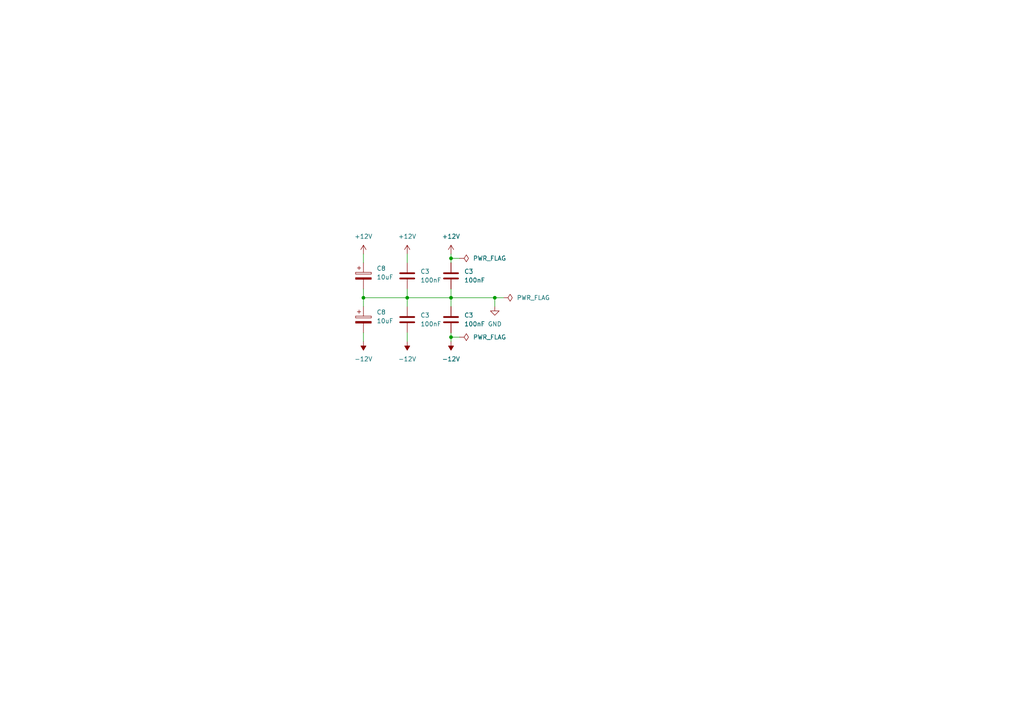
<source format=kicad_sch>
(kicad_sch (version 20230121) (generator eeschema)
  (paper "A4")
  (lib_symbols
    (symbol "Device:C" (pin_numbers hide) (pin_names (offset 0.254))
      (property "Reference" "C" (at 0.635 2.54 0))
      (property "Value" "C" (at 0.635 -2.54 0))
      (symbol "C_0_1"
        (polyline (pts (xy -2.032 -0.762) (xy 2.032 -0.762)) (stroke (width 0.508)))
        (polyline (pts (xy -2.032 0.762) (xy 2.032 0.762)) (stroke (width 0.508)))
      )
      (symbol "C_1_1"
        (pin passive line (at 0 3.81 270) (length 2.794) (name "~") (number "1"))
        (pin passive line (at 0 -3.81 90) (length 2.794) (name "~") (number "2"))
      )
    )
    (symbol "Device:C_Polarized" (pin_numbers hide) (pin_names (offset 0.254))
      (property "Reference" "C" (at 0.635 2.54 0))
      (property "Value" "C_Polarized" (at 0.635 -2.54 0))
      (symbol "C_Polarized_0_1"
        (rectangle (start -2.286 0.508) (end 2.286 1.016))
        (polyline (pts (xy -1.778 2.286) (xy -0.762 2.286)))
        (polyline (pts (xy -1.27 2.794) (xy -1.27 1.778)))
        (rectangle (start 2.286 -0.508) (end -2.286 -1.016) (fill (type outline)))
      )
      (symbol "C_Polarized_1_1"
        (pin passive line (at 0 3.81 270) (length 2.794) (name "~") (number "1"))
        (pin passive line (at 0 -3.81 90) (length 2.794) (name "~") (number "2"))
      )
    )
    (symbol "power:+12V" (power) (pin_names (offset 0))
      (property "Value" "+12V" (at 0 3.556 0))
      (symbol "+12V_0_1"
        (polyline (pts (xy -0.762 1.27) (xy 0 2.54)))
        (polyline (pts (xy 0 0) (xy 0 2.54)))
        (polyline (pts (xy 0 2.54) (xy 0.762 1.27)))
      )
      (symbol "+12V_1_1"
        (pin power_in line (at 0 0 90) (length 0) hide (name "+12V") (number "1"))
      )
    )
    (symbol "power:-12V" (power) (pin_names (offset 0))
      (property "Value" "-12V" (at 0 3.81 0))
      (symbol "-12V_0_0"
        (pin power_in line (at 0 0 90) (length 0) hide (name "-12V") (number "1"))
      )
      (symbol "-12V_0_1"
        (polyline (pts (xy 0 0) (xy 0 1.27) (xy 0.762 1.27) (xy 0 2.54) (xy -0.762 1.27) (xy 0 1.27)) (fill (type outline)))
      )
    )
    (symbol "power:GND" (power) (pin_names (offset 0))
      (property "Value" "GND" (at 0 -3.81 0))
      (symbol "GND_0_1"
        (polyline (pts (xy 0 0) (xy 0 -1.27) (xy 1.27 -1.27) (xy 0 -2.54) (xy -1.27 -1.27) (xy 0 -1.27)))
      )
      (symbol "GND_1_1"
        (pin power_in line (at 0 0 270) (length 0) hide (name "GND") (number "1"))
      )
    )
    (symbol "power:PWR_FLAG" (power) (pin_numbers hide) (pin_names (offset 0) hide)
      (property "Value" "PWR_FLAG" (at 0 3.81 0))
      (symbol "PWR_FLAG_0_0"
        (pin power_out line (at 0 0 90) (length 0) (name "pwr") (number "1"))
      )
      (symbol "PWR_FLAG_0_1"
        (polyline (pts (xy 0 0) (xy 0 1.27) (xy -1.016 1.905) (xy 0 2.54) (xy 1.016 1.905) (xy 0 1.27)))
      )
    )
  )
  (junction (at 118.11 86.36))
  (junction (at 130.81 74.93))
  (junction (at 130.81 97.79))
  (junction (at 143.51 86.36))
  (junction (at 105.41 86.36))
  (junction (at 130.81 86.36))
  (wire (pts (xy 118.11 86.36) (xy 105.41 86.36)))
  (wire (pts (xy 118.11 83.82) (xy 118.11 86.36)))
  (wire (pts (xy 105.41 86.36) (xy 105.41 83.82)))
  (wire (pts (xy 130.81 97.79) (xy 130.81 99.06)))
  (wire (pts (xy 130.81 96.52) (xy 130.81 97.79)))
  (wire (pts (xy 130.81 73.66) (xy 130.81 74.93)))
  (wire (pts (xy 130.81 83.82) (xy 130.81 86.36)))
  (wire (pts (xy 130.81 86.36) (xy 130.81 88.9)))
  (wire (pts (xy 130.81 97.79) (xy 133.35 97.79)))
  (wire (pts (xy 105.41 96.52) (xy 105.41 99.06)))
  (wire (pts (xy 118.11 73.66) (xy 118.11 76.2)))
  (wire (pts (xy 130.81 86.36) (xy 118.11 86.36)))
  (wire (pts (xy 130.81 74.93) (xy 133.35 74.93)))
  (wire (pts (xy 143.51 88.9) (xy 143.51 86.36)))
  (wire (pts (xy 130.81 74.93) (xy 130.81 76.2)))
  (wire (pts (xy 118.11 86.36) (xy 118.11 88.9)))
  (wire (pts (xy 143.51 86.36) (xy 130.81 86.36)))
  (wire (pts (xy 143.51 86.36) (xy 146.05 86.36)))
  (wire (pts (xy 105.41 73.66) (xy 105.41 76.2)))
  (wire (pts (xy 118.11 96.52) (xy 118.11 99.06)))
  (wire (pts (xy 105.41 86.36) (xy 105.41 88.9)))
  (symbol (lib_id "power:+12V") (at 105.41 73.66 0) (unit 1)
    (property "Reference" "#PWR046" (effects hide))
    (property "Value" "+12V" (at 105.41 68.58 0))
    (instances (project "VCA" (path "" (reference "#PWR046") (unit 1)) (path "" (reference "#PWR045") (unit 1))))
  )
  (symbol (lib_id "power:+12V") (at 118.11 73.66 0) (unit 1)
    (property "Reference" "#PWR047" (effects hide))
    (property "Value" "+12V" (at 118.11 68.58 0))
  )
  (symbol (lib_id "power:GND") (at 143.51 88.9 0) (unit 1)
    (property "Reference" "#PWR049" (effects hide))
    (property "Value" "GND" (at 143.51 93.98 0))
    (instances (project "VCA" (path "" (reference "#PWR049") (unit 1)) (path "" (reference "#PWR051") (unit 1))))
  )
  (symbol (lib_id "power:-12V") (at 130.81 99.06 180) (unit 1)
    (property "Reference" "#PWR045" (effects hide))
    (property "Value" "-12V" (at 130.81 104.14 0))
    (instances (project "VCA" (path "" (reference "#PWR045") (unit 1)) (path "" (reference "#PWR050") (unit 1))))
  )
  (symbol (lib_id "power:-12V") (at 118.11 99.06 180) (unit 1)
    (property "Reference" "#PWR032" (effects hide))
    (property "Value" "-12V" (at 118.11 104.14 0))
    (instances (project "VCA" (path "" (reference "#PWR032") (unit 1)) (path "" (reference "#PWR048") (unit 1))))
  )
  (symbol (lib_id "Device:C_Polarized") (at 105.41 92.71 0) (unit 1)
    (property "Reference" "C8" (at 109.22 90.551 0) (effects (justify left)))
    (property "Value" "10uF" (at 109.22 93.091 0) (effects (justify left)))
    (property "Footprint" "Capacitor_THT:CP_Radial_D4.0mm_P2.00mm" (effects hide))
    (instances (project "VCO" (path "" (reference "C8") (unit 1))) (project "VCA" (path "" (reference "C3") (unit 1)) (path "" (reference "C2") (unit 1))))
  )
  (symbol (lib_id "Device:C") (at 130.81 92.71 0) (unit 1)
    (property "Reference" "C3" (at 134.62 91.44 0) (effects (justify left)))
    (property "Value" "100nF" (at 134.62 93.98 0) (effects (justify left)))
    (property "Footprint" "Capacitor_THT:C_Disc_D3.0mm_W1.6mm_P2.50mm" (effects hide))
    (instances (project "VCO" (path "" (reference "C3") (unit 1)) (path "" (reference "C3") (unit 1))) (project "VCA" (path "" (reference "C6") (unit 1)) (path "" (reference "C6") (unit 1))))
  )
  (symbol (lib_id "power:PWR_FLAG") (at 133.35 97.79 270) (unit 1)
    (property "Reference" "#FLG03" (effects hide))
    (property "Value" "PWR_FLAG" (at 137.16 97.79 90) (effects (justify left)))
    (instances (project "VCA" (path "" (reference "#FLG03") (unit 1)) (path "" (reference "#FLG02") (unit 1))))
  )
  (symbol (lib_id "power:PWR_FLAG") (at 146.05 86.36 270) (unit 1)
    (property "Reference" "#FLG01" (effects hide))
    (property "Value" "PWR_FLAG" (at 149.86 86.36 90) (effects (justify left)))
    (instances (project "VCA" (path "" (reference "#FLG01") (unit 1)) (path "" (reference "#FLG03") (unit 1))))
  )
  (symbol (lib_id "Device:C") (at 118.11 92.71 0) (unit 1)
    (property "Reference" "C3" (at 121.92 91.44 0) (effects (justify left)))
    (property "Value" "100nF" (at 121.92 93.98 0) (effects (justify left)))
    (property "Footprint" "Capacitor_THT:C_Disc_D3.0mm_W1.6mm_P2.50mm" (effects hide))
    (instances (project "VCO" (path "" (reference "C3") (unit 1)) (path "" (reference "C3") (unit 1))) (project "VCA" (path "" (reference "C4") (unit 1)) (path "" (reference "C4") (unit 1))))
  )
  (symbol (lib_id "Device:C_Polarized") (at 105.41 80.01 0) (unit 1)
    (property "Reference" "C8" (at 109.22 77.851 0) (effects (justify left)))
    (property "Value" "10uF" (at 109.22 80.391 0) (effects (justify left)))
    (property "Footprint" "Capacitor_THT:CP_Radial_D4.0mm_P2.00mm" (effects hide))
    (instances (project "VCO" (path "" (reference "C8") (unit 1))) (project "VCA" (path "" (reference "C2") (unit 1)) (path "" (reference "C1") (unit 1))))
  )
  (symbol (lib_id "Device:C") (at 130.81 80.01 0) (unit 1)
    (property "Reference" "C3" (at 134.62 78.74 0) (effects (justify left)))
    (property "Value" "100nF" (at 134.62 81.28 0) (effects (justify left)))
    (property "Footprint" "Capacitor_THT:C_Disc_D3.0mm_W1.6mm_P2.50mm" (effects hide))
    (instances (project "VCO" (path "" (reference "C3") (unit 1)) (path "" (reference "C3") (unit 1))) (project "VCA" (path "" (reference "C5") (unit 1)) (path "" (reference "C5") (unit 1))))
  )
  (symbol (lib_id "power:+12V") (at 130.81 73.66 0) (unit 1)
    (property "Reference" "#PWR048" (effects hide))
    (property "Value" "+12V" (at 130.81 68.58 0))
    (instances (project "VCA" (path "" (reference "#PWR048") (unit 1)) (path "" (reference "#PWR049") (unit 1))))
  )
  (symbol (lib_id "power:-12V") (at 105.41 99.06 180) (unit 1)
    (property "Reference" "#PWR031" (effects hide))
    (property "Value" "-12V" (at 105.41 104.14 0))
    (instances (project "VCA" (path "" (reference "#PWR031") (unit 1)) (path "" (reference "#PWR046") (unit 1))))
  )
  (symbol (lib_id "Device:C") (at 118.11 80.01 0) (unit 1)
    (property "Reference" "C3" (at 121.92 78.74 0) (effects (justify left)))
    (property "Value" "100nF" (at 121.92 81.28 0) (effects (justify left)))
    (property "Footprint" "Capacitor_THT:C_Disc_D3.0mm_W1.6mm_P2.50mm" (effects hide))
    (instances (project "VCO" (path "" (reference "C3") (unit 1)) (path "" (reference "C3") (unit 1))) (project "VCA" (path "" (reference "C1") (unit 1)) (path "" (reference "C3") (unit 1))))
  )
  (symbol (lib_id "power:PWR_FLAG") (at 133.35 74.93 270) (unit 1)
    (property "Reference" "#FLG02" (effects hide))
    (property "Value" "PWR_FLAG" (at 137.16 74.93 90) (effects (justify left)))
    (instances (project "VCA" (path "" (reference "#FLG02") (unit 1)) (path "" (reference "#FLG01") (unit 1))))
  )
)
</source>
